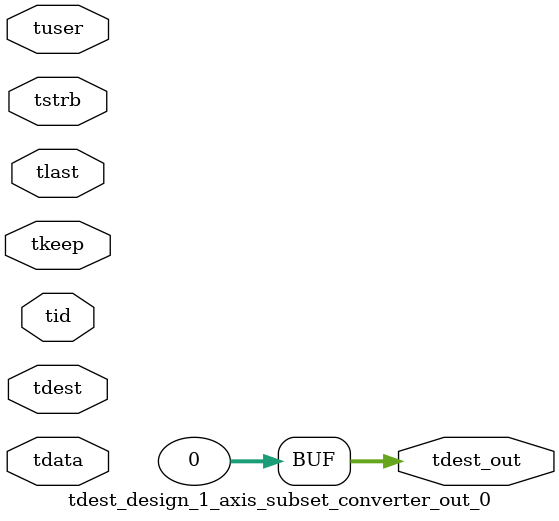
<source format=v>


`timescale 1ps/1ps

module tdest_design_1_axis_subset_converter_out_0 #
(
parameter C_S_AXIS_TDATA_WIDTH = 32,
parameter C_S_AXIS_TUSER_WIDTH = 0,
parameter C_S_AXIS_TID_WIDTH   = 0,
parameter C_S_AXIS_TDEST_WIDTH = 0,
parameter C_M_AXIS_TDEST_WIDTH = 32
)
(
input  [(C_S_AXIS_TDATA_WIDTH == 0 ? 1 : C_S_AXIS_TDATA_WIDTH)-1:0     ] tdata,
input  [(C_S_AXIS_TUSER_WIDTH == 0 ? 1 : C_S_AXIS_TUSER_WIDTH)-1:0     ] tuser,
input  [(C_S_AXIS_TID_WIDTH   == 0 ? 1 : C_S_AXIS_TID_WIDTH)-1:0       ] tid,
input  [(C_S_AXIS_TDEST_WIDTH == 0 ? 1 : C_S_AXIS_TDEST_WIDTH)-1:0     ] tdest,
input  [(C_S_AXIS_TDATA_WIDTH/8)-1:0 ] tkeep,
input  [(C_S_AXIS_TDATA_WIDTH/8)-1:0 ] tstrb,
input                                                                    tlast,
output [C_M_AXIS_TDEST_WIDTH-1:0] tdest_out
);

assign tdest_out = {1'b0};

endmodule


</source>
